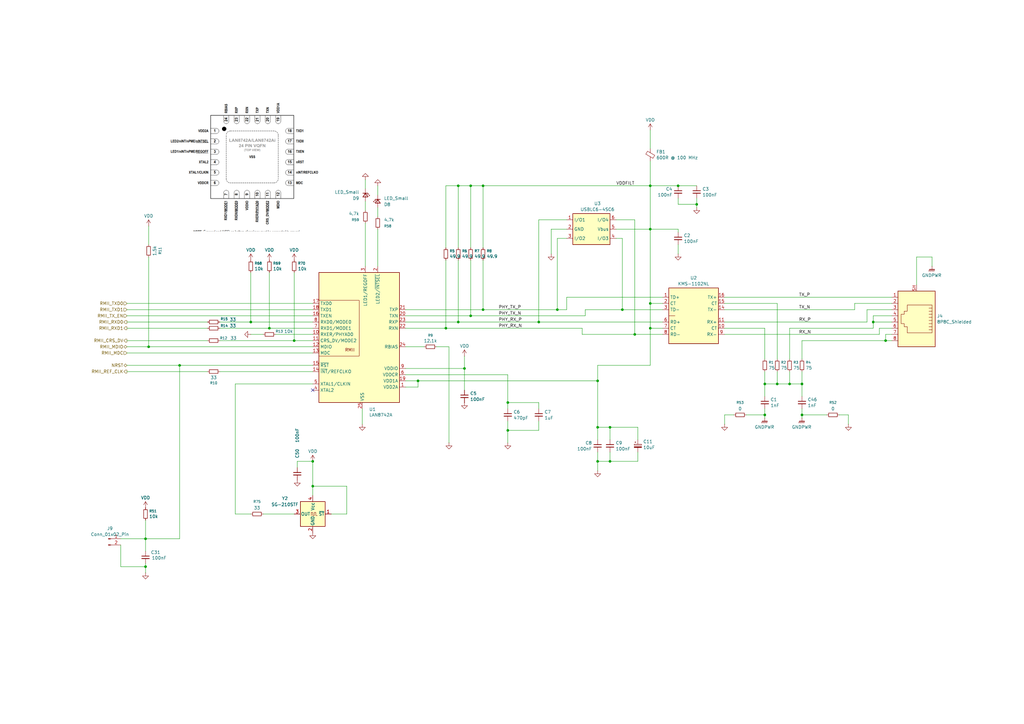
<source format=kicad_sch>
(kicad_sch (version 20250114) (generator "eeschema") (generator_version "9.0")
  (paper "A3")
  (lib_symbols
    (symbol "Connector:8P8C_Shielded" (pin_names (offset 1.016))
      (property "Reference" "J" (at -5.08 13.97 0))
      (property "Value" "8P8C_Shielded" (at 2.54 13.97 0))
      (symbol "8P8C_Shielded_0_1"
        (polyline (pts (xy -6.35 1.905) (xy -5.08 1.905) (xy -5.08 1.905)))
        (polyline (pts (xy -6.35 0.635) (xy -5.08 0.635) (xy -5.08 0.635)))
        (polyline (pts (xy -6.35 -0.635) (xy -5.08 -0.635) (xy -5.08 -0.635)))
        (polyline (pts (xy -6.35 -1.905) (xy -5.08 -1.905) (xy -5.08 -1.905)))
        (polyline (pts (xy -6.35 -3.175) (xy -5.08 -3.175) (xy -5.08 -3.175)))
        (polyline (pts (xy -6.35 -4.445) (xy -6.35 6.985) (xy 3.81 6.985) (xy 3.81 4.445) (xy 5.08 4.445) (xy 5.08 3.175) (xy 6.35 3.175) (xy 6.35 -0.635) (xy 5.08 -0.635) (xy 5.08 -1.905) (xy 3.81 -1.905) (xy 3.81 -4.445) (xy -6.35 -4.445) (xy -6.35 -4.445)))
        (polyline (pts (xy -5.08 5.715) (xy -6.35 5.715)))
        (polyline (pts (xy -5.08 4.445) (xy -6.35 4.445)))
        (polyline (pts (xy -5.08 3.175) (xy -6.35 3.175) (xy -6.35 3.175)))
        (rectangle (start 7.62 12.7) (end -7.62 -10.16) (stroke (width 0.254)) (fill (type background)))
      )
      (symbol "8P8C_Shielded_1_1"
        (pin passive line (at 0 -12.7 90) (length 2.54) (name "~") (number "SH"))
        (pin passive line (at 10.16 10.16 180) (length 2.54) (name "~") (number "8"))
        (pin passive line (at 10.16 7.62 180) (length 2.54) (name "~") (number "7"))
        (pin passive line (at 10.16 5.08 180) (length 2.54) (name "~") (number "6"))
        (pin passive line (at 10.16 2.54 180) (length 2.54) (name "~") (number "5"))
        (pin passive line (at 10.16 0 180) (length 2.54) (name "~") (number "4"))
        (pin passive line (at 10.16 -2.54 180) (length 2.54) (name "~") (number "3"))
        (pin passive line (at 10.16 -5.08 180) (length 2.54) (name "~") (number "2"))
        (pin passive line (at 10.16 -7.62 180) (length 2.54) (name "~") (number "1"))
      )
    )
    (symbol "Connector:Conn_01x02_Pin" (pin_names (offset 1.016) (hide yes))
      (property "Reference" "J" (at 0 2.54 0))
      (property "Value" "Conn_01x02_Pin" (at 0 -5.08 0))
      (symbol "Conn_01x02_Pin_1_1"
        (rectangle (start 0.8636 0.127) (end 0 -0.127) (stroke (width 0.1524)) (fill (type outline)))
        (rectangle (start 0.8636 -2.413) (end 0 -2.667) (stroke (width 0.1524)) (fill (type outline)))
        (polyline (pts (xy 1.27 0) (xy 0.8636 0)) (stroke (width 0.1524)))
        (polyline (pts (xy 1.27 -2.54) (xy 0.8636 -2.54)) (stroke (width 0.1524)))
        (pin passive line (at 5.08 0 180) (length 3.81) (name "Pin_1") (number "1"))
        (pin passive line (at 5.08 -2.54 180) (length 3.81) (name "Pin_2") (number "2"))
      )
    )
    (symbol "Device:C_Polarized_Small" (pin_numbers (hide yes)) (pin_names (offset 0.254) (hide yes))
      (property "Reference" "C" (at 0.254 1.778 0))
      (property "Value" "C_Polarized_Small" (at 0.254 -2.032 0))
      (symbol "C_Polarized_Small_0_1"
        (rectangle (start -1.524 0.6858) (end 1.524 0.3048))
        (rectangle (start -1.524 -0.3048) (end 1.524 -0.6858) (fill (type outline)))
        (polyline (pts (xy -1.27 1.524) (xy -0.762 1.524)))
        (polyline (pts (xy -1.016 1.27) (xy -1.016 1.778)))
      )
      (symbol "C_Polarized_Small_1_1"
        (pin passive line (at 0 2.54 270) (length 1.8542) (name "~") (number "1"))
        (pin passive line (at 0 -2.54 90) (length 1.8542) (name "~") (number "2"))
      )
    )
    (symbol "Device:C_Small" (pin_numbers (hide yes)) (pin_names (offset 0.254) (hide yes))
      (property "Reference" "C" (at 0.254 1.778 0))
      (property "Value" "C_Small" (at 0.254 -2.032 0))
      (symbol "C_Small_0_1"
        (polyline (pts (xy -1.524 0.508) (xy 1.524 0.508)) (stroke (width 0.3048)))
        (polyline (pts (xy -1.524 -0.508) (xy 1.524 -0.508)) (stroke (width 0.3302)))
      )
      (symbol "C_Small_1_1"
        (pin passive line (at 0 2.54 270) (length 2.032) (name "~") (number "1"))
        (pin passive line (at 0 -2.54 90) (length 2.032) (name "~") (number "2"))
      )
    )
    (symbol "Device:FerriteBead_Small" (pin_numbers (hide yes)) (pin_names (offset 0))
      (property "Reference" "FB" (at 1.905 1.27 0))
      (property "Value" "FerriteBead_Small" (at 1.905 -1.27 0))
      (symbol "FerriteBead_Small_0_1"
        (polyline (pts (xy -1.8288 0.2794) (xy -1.1176 1.4986) (xy 1.8288 -0.2032) (xy 1.1176 -1.4224) (xy -1.8288 0.2794)))
        (polyline (pts (xy 0 0.889) (xy 0 1.2954)))
        (polyline (pts (xy 0 -1.27) (xy 0 -0.7874)))
      )
      (symbol "FerriteBead_Small_1_1"
        (pin passive line (at 0 2.54 270) (length 1.27) (name "~") (number "1"))
        (pin passive line (at 0 -2.54 90) (length 1.27) (name "~") (number "2"))
      )
    )
    (symbol "Device:LED_Small" (pin_numbers (hide yes)) (pin_names (offset 0.254) (hide yes))
      (property "Reference" "D" (at -1.27 3.175 0))
      (property "Value" "LED_Small" (at -4.445 -2.54 0))
      (symbol "LED_Small_0_1"
        (polyline (pts (xy -0.762 -1.016) (xy -0.762 1.016)) (stroke (width 0.254)))
        (polyline (pts (xy 0 0.762) (xy -0.508 1.27) (xy -0.254 1.27) (xy -0.508 1.27) (xy -0.508 1.016)))
        (polyline (pts (xy 0.508 1.27) (xy 0 1.778) (xy 0.254 1.778) (xy 0 1.778) (xy 0 1.524)))
        (polyline (pts (xy 0.762 -1.016) (xy -0.762 0) (xy 0.762 1.016) (xy 0.762 -1.016)) (stroke (width 0.254)))
        (polyline (pts (xy 1.016 0) (xy -0.762 0)))
      )
      (symbol "LED_Small_1_1"
        (pin passive line (at -2.54 0 0) (length 1.778) (name "K") (number "1"))
        (pin passive line (at 2.54 0 180) (length 1.778) (name "A") (number "2"))
      )
    )
    (symbol "Device:R_Small" (pin_numbers (hide yes)) (pin_names (offset 0.254) (hide yes))
      (property "Reference" "R" (at 0 0 90))
      (property "Value" "R_Small" (at 1.778 0 90))
      (symbol "R_Small_0_1"
        (rectangle (start -0.762 1.778) (end 0.762 -1.778) (stroke (width 0.2032)))
      )
      (symbol "R_Small_1_1"
        (pin passive line (at 0 2.54 270) (length 0.762) (name "~") (number "1"))
        (pin passive line (at 0 -2.54 90) (length 0.762) (name "~") (number "2"))
      )
    )
    (symbol "Interface_Ethernet:LAN8742A"
      (property "Reference" "U1" (at 2.794 -28.194 0))
      (property "Value" "LAN8742A" (at 2.794 -30.48 0))
      (symbol "LAN8742A_0_0"
        (text "RMII" (at -5.08 -3.81 0) (effects (font (size 1.27 1.27))))
      )
      (symbol "LAN8742A_0_1"
        (rectangle (start -17.78 27.94) (end 15.24 -25.4) (stroke (width 0.254)) (fill (type background)))
        (polyline (pts (xy -17.78 -6.35) (xy -1.27 -6.35) (xy -1.27 16.51) (xy -17.78 16.51)))
      )
      (symbol "LAN8742A_1_1"
        (pin input line (at -20.32 15.24 0) (length 2.54) (name "TXD0") (number "17"))
        (pin input line (at -20.32 12.7 0) (length 2.54) (name "TXD1") (number "18"))
        (pin input line (at -20.32 10.16 0) (length 2.54) (name "TXEN") (number "16"))
        (pin bidirectional line (at -20.32 7.62 0) (length 2.54) (name "RXD0/MODE0") (number "8"))
        (pin bidirectional line (at -20.32 5.08 0) (length 2.54) (name "RXD1/MODE1") (number "7"))
        (pin output line (at -20.32 2.54 0) (length 2.54) (name "RXER/PHYAD0") (number "10"))
        (pin bidirectional line (at -20.32 0 0) (length 2.54) (name "CRS_DV/MODE2") (number "11"))
        (pin bidirectional line (at -20.32 -2.54 0) (length 2.54) (name "MDIO") (number "12"))
        (pin input line (at -20.32 -5.08 0) (length 2.54) (name "MDC") (number "13"))
        (pin input line (at -20.32 -10.16 0) (length 2.54) (name "~{RST}") (number "15"))
        (pin output line (at -20.32 -12.7 0) (length 2.54) (name "~{INT}/REFCLKO") (number "14"))
        (pin input line (at -20.32 -17.78 0) (length 2.54) (name "XTAL1/CLKIN") (number "5"))
        (pin output line (at -20.32 -20.32 0) (length 2.54) (name "XTAL2") (number "4"))
        (pin power_in line (at 0 -27.94 90) (length 2.54) (name "VSS") (number "25"))
        (pin bidirectional line (at 1.27 30.48 270) (length 2.54) (name "LED1/REGOFF") (number "3"))
        (pin bidirectional line (at 6.35 30.48 270) (length 2.54) (name "LED2/~{INTSEL}") (number "2"))
        (pin passive line (at 17.78 12.7 180) (length 2.54) (name "TXP") (number "21"))
        (pin passive line (at 17.78 10.16 180) (length 2.54) (name "TXN") (number "20"))
        (pin passive line (at 17.78 7.62 180) (length 2.54) (name "RXP") (number "23"))
        (pin passive line (at 17.78 5.08 180) (length 2.54) (name "RXN") (number "22"))
        (pin passive line (at 17.78 -2.54 180) (length 2.54) (name "RBIAS") (number "24"))
        (pin power_in line (at 17.78 -11.43 180) (length 2.54) (name "VDDIO") (number "9"))
        (pin power_in line (at 17.78 -13.97 180) (length 2.54) (name "VDDCR") (number "6"))
        (pin power_in line (at 17.78 -16.51 180) (length 2.54) (name "VDD1A") (number "19"))
        (pin power_in line (at 17.78 -19.05 180) (length 2.54) (name "VDD2A") (number "1"))
      )
    )
    (symbol "KMS-1102NL:KMS-1102NL"
      (property "Reference" "U" (at 0 12.7 0))
      (property "Value" "KMS-1102NL" (at 0 -12.7 0))
      (symbol "KMS-1102NL_0_1"
        (rectangle (start -10.16 11.43) (end 10.16 -11.43) (stroke (width 0.254)) (fill (type background)))
        (polyline (pts (xy -7.62 0) (xy -10.16 0)))
      )
      (symbol "KMS-1102NL_1_1"
        (pin passive line (at -12.7 7.62 0) (length 2.54) (name "TD+") (number "1"))
        (pin passive line (at -12.7 5.08 0) (length 2.54) (name "CT") (number "2"))
        (pin passive line (at -12.7 2.54 0) (length 2.54) (name "TD-") (number "3"))
        (pin passive line (at -12.7 -2.54 0) (length 2.54) (name "RD+") (number "6"))
        (pin passive line (at -12.7 -5.08 0) (length 2.54) (name "CT") (number "7"))
        (pin passive line (at -12.7 -7.62 0) (length 2.54) (name "RD-") (number "8"))
        (pin passive line (at 12.7 7.62 180) (length 2.54) (name "TX+") (number "16"))
        (pin passive line (at 12.7 5.08 180) (length 2.54) (name "CT") (number "15"))
        (pin passive line (at 12.7 2.54 180) (length 2.54) (name "TX-") (number "14"))
        (pin passive line (at 12.7 -2.54 180) (length 2.54) (name "RX+") (number "11"))
        (pin passive line (at 12.7 -5.08 180) (length 2.54) (name "CT") (number "10"))
        (pin passive line (at 12.7 -7.62 180) (length 2.54) (name "RX-") (number "9"))
      )
    )
    (symbol "Oscillator:SG-210STF" (pin_names (offset 0.254))
      (property "Reference" "Y" (at -5.08 6.35 0))
      (property "Value" "SG-210STF" (at 1.27 -6.35 0))
      (symbol "SG-210STF_0_1"
        (rectangle (start -5.08 5.08) (end 5.08 -5.08) (stroke (width 0.254)) (fill (type background)))
        (polyline (pts (xy -1.905 -0.635) (xy -1.27 -0.635) (xy -1.27 0.635) (xy -0.635 0.635) (xy -0.635 -0.635) (xy 0 -0.635) (xy 0 0.635) (xy 0.635 0.635) (xy 0.635 -0.635)))
      )
      (symbol "SG-210STF_1_1"
        (pin input line (at -7.62 0 0) (length 2.54) (name "~{ST}") (number "1"))
        (pin power_in line (at 0 7.62 270) (length 2.54) (name "Vcc") (number "4"))
        (pin power_in line (at 0 -7.62 90) (length 2.54) (name "GND") (number "2"))
        (pin output line (at 7.62 0 180) (length 2.54) (name "OUT") (number "3"))
      )
    )
    (symbol "USBLC6-4SC6:USBLC6-4SC6"
      (property "Reference" "U" (at 0.254 7.62 0))
      (property "Value" "USBLC6-4SC6" (at 0 -7.62 0))
      (symbol "USBLC6-4SC6_0_1"
        (rectangle (start -7.62 6.35) (end 7.62 -6.35) (stroke (width 0.254)) (fill (type background)))
      )
      (symbol "USBLC6-4SC6_1_1"
        (pin bidirectional line (at -10.16 3.81 0) (length 2.54) (name "I/O1") (number "1"))
        (pin power_in line (at -10.16 0 0) (length 2.54) (name "GND") (number "2"))
        (pin bidirectional line (at -10.16 -3.81 0) (length 2.54) (name "I/O2") (number "3"))
        (pin bidirectional line (at 10.16 3.81 180) (length 2.54) (name "I/O4") (number "6"))
        (pin power_in line (at 10.16 0 180) (length 2.54) (name "Vbus") (number "5"))
        (pin bidirectional line (at 10.16 -3.81 180) (length 2.54) (name "I/O3") (number "4"))
      )
    )
    (symbol "power:GND" (power) (pin_numbers (hide yes)) (pin_names (offset 0) (hide yes))
      (property "Value" "GND" (at 0 -3.81 0))
      (symbol "GND_0_1"
        (polyline (pts (xy 0 0) (xy 0 -1.27) (xy 1.27 -1.27) (xy 0 -2.54) (xy -1.27 -1.27) (xy 0 -1.27)))
      )
      (symbol "GND_1_1"
        (pin power_in line (at 0 0 270) (length 0) (name "~") (number "1"))
      )
    )
    (symbol "power:GNDPWR" (power) (pin_numbers (hide yes)) (pin_names (offset 0) (hide yes))
      (property "Value" "GNDPWR" (at 0 -3.302 0))
      (symbol "GNDPWR_0_1"
        (polyline (pts (xy -1.016 -1.27) (xy -1.27 -2.032) (xy -1.27 -2.032)) (stroke (width 0.2032)))
        (polyline (pts (xy -0.508 -1.27) (xy -0.762 -2.032) (xy -0.762 -2.032)) (stroke (width 0.2032)))
        (polyline (pts (xy 0 -1.27) (xy 0 0)))
        (polyline (pts (xy 0 -1.27) (xy -0.254 -2.032) (xy -0.254 -2.032)) (stroke (width 0.2032)))
        (polyline (pts (xy 0.508 -1.27) (xy 0.254 -2.032) (xy 0.254 -2.032)) (stroke (width 0.2032)))
        (polyline (pts (xy 1.016 -1.27) (xy -1.016 -1.27) (xy -1.016 -1.27)) (stroke (width 0.2032)))
        (polyline (pts (xy 1.016 -1.27) (xy 0.762 -2.032) (xy 0.762 -2.032) (xy 0.762 -2.032)) (stroke (width 0.2032)))
      )
      (symbol "GNDPWR_1_1"
        (pin power_in line (at 0 0 270) (length 0) (name "~") (number "1"))
      )
    )
    (symbol "power:VDD" (power) (pin_numbers (hide yes)) (pin_names (offset 0) (hide yes))
      (property "Value" "VDD" (at 0 3.556 0))
      (symbol "VDD_0_1"
        (polyline (pts (xy -0.762 1.27) (xy 0 2.54)))
        (polyline (pts (xy 0 2.54) (xy 0.762 1.27)))
        (polyline (pts (xy 0 0) (xy 0 2.54)))
      )
      (symbol "VDD_1_1"
        (pin power_in line (at 0 0 90) (length 0) (name "~") (number "1"))
      )
    )
  )
  (junction (at 266.7 76.2))
  (junction (at 73.66 149.86))
  (junction (at 318.77 157.48))
  (junction (at 102.87 132.08))
  (junction (at 278.13 76.2))
  (junction (at 60.96 142.24))
  (junction (at 250.19 189.23))
  (junction (at 250.19 175.26))
  (junction (at 187.96 132.08))
  (junction (at 323.85 157.48))
  (junction (at 59.69 220.98))
  (junction (at 190.5 151.13))
  (junction (at 198.12 76.2))
  (junction (at 193.04 76.2))
  (junction (at 228.6 127))
  (junction (at 182.88 134.62))
  (junction (at 328.93 157.48))
  (junction (at 285.75 83.82))
  (junction (at 245.11 189.23))
  (junction (at 208.28 176.53))
  (junction (at 313.69 157.48))
  (junction (at 187.96 76.2))
  (junction (at 110.49 134.62))
  (junction (at 313.69 170.18))
  (junction (at 260.35 137.16))
  (junction (at 328.93 170.18))
  (junction (at 128.27 199.39))
  (junction (at 266.7 124.46))
  (junction (at 266.7 134.62))
  (junction (at 363.22 139.7))
  (junction (at 358.14 132.08))
  (junction (at 128.27 189.23))
  (junction (at 220.98 132.08))
  (junction (at 245.11 156.21))
  (junction (at 255.27 127))
  (junction (at 198.12 127))
  (junction (at 208.28 165.1))
  (junction (at 171.45 156.21))
  (junction (at 120.65 139.7))
  (junction (at 193.04 129.54))
  (junction (at 59.69 232.41))
  (junction (at 266.7 93.98))
  (junction (at 245.11 175.26))
  (no_connect (at 128.27 160.02))
  (wire (pts (xy 355.6 127) (xy 365.76 127)))
  (wire (pts (xy 120.65 139.7) (xy 128.27 139.7)))
  (wire (pts (xy 198.12 106.68) (xy 198.12 127)))
  (wire (pts (xy 278.13 83.82) (xy 285.75 83.82)))
  (wire (pts (xy 52.07 129.54) (xy 128.27 129.54)))
  (wire (pts (xy 52.07 142.24) (xy 60.96 142.24)))
  (wire (pts (xy 260.35 137.16) (xy 271.78 137.16)))
  (wire (pts (xy 318.77 152.4) (xy 318.77 157.48)))
  (wire (pts (xy 382.27 105.41) (xy 382.27 109.22)))
  (wire (pts (xy 52.07 149.86) (xy 73.66 149.86)))
  (wire (pts (xy 73.66 220.98) (xy 59.69 220.98)))
  (wire (pts (xy 135.89 210.82) (xy 142.24 210.82)))
  (wire (pts (xy 278.13 76.2) (xy 285.75 76.2)))
  (wire (pts (xy 190.5 151.13) (xy 190.5 160.02)))
  (wire (pts (xy 250.19 175.26) (xy 245.11 175.26)))
  (wire (pts (xy 297.18 137.16) (xy 360.68 137.16)))
  (wire (pts (xy 363.22 139.7) (xy 328.93 139.7)))
  (wire (pts (xy 198.12 127) (xy 228.6 127)))
  (wire (pts (xy 358.14 132.08) (xy 365.76 132.08)))
  (wire (pts (xy 154.94 88.9) (xy 154.94 85.09)))
  (wire (pts (xy 228.6 127) (xy 232.41 127)))
  (wire (pts (xy 266.7 66.04) (xy 266.7 76.2)))
  (wire (pts (xy 182.88 106.68) (xy 182.88 134.62)))
  (wire (pts (xy 232.41 93.98) (xy 226.06 93.98)))
  (wire (pts (xy 252.73 93.98) (xy 266.7 93.98)))
  (wire (pts (xy 245.11 189.23) (xy 245.11 193.04)))
  (wire (pts (xy 193.04 129.54) (xy 240.03 129.54)))
  (wire (pts (xy 347.98 173.99) (xy 347.98 170.18)))
  (wire (pts (xy 245.11 149.86) (xy 266.7 149.86)))
  (wire (pts (xy 193.04 76.2) (xy 198.12 76.2)))
  (wire (pts (xy 271.78 134.62) (xy 266.7 134.62)))
  (wire (pts (xy 328.93 157.48) (xy 323.85 157.48)))
  (wire (pts (xy 232.41 97.79) (xy 228.6 97.79)))
  (wire (pts (xy 328.93 170.18) (xy 339.09 170.18)))
  (wire (pts (xy 278.13 93.98) (xy 278.13 95.25)))
  (wire (pts (xy 52.07 144.78) (xy 128.27 144.78)))
  (wire (pts (xy 166.37 156.21) (xy 171.45 156.21)))
  (wire (pts (xy 297.18 121.92) (xy 365.76 121.92)))
  (wire (pts (xy 96.52 210.82) (xy 102.87 210.82)))
  (wire (pts (xy 85.09 132.08) (xy 52.07 132.08)))
  (wire (pts (xy 313.69 170.18) (xy 313.69 171.45)))
  (wire (pts (xy 120.65 111.76) (xy 120.65 139.7)))
  (wire (pts (xy 154.94 80.01) (xy 154.94 76.2)))
  (wire (pts (xy 358.14 129.54) (xy 358.14 132.08)))
  (wire (pts (xy 375.92 116.84) (xy 375.92 105.41)))
  (wire (pts (xy 110.49 134.62) (xy 128.27 134.62)))
  (wire (pts (xy 297.18 134.62) (xy 313.69 134.62)))
  (wire (pts (xy 313.69 167.64) (xy 313.69 170.18)))
  (wire (pts (xy 297.18 127) (xy 350.52 127)))
  (wire (pts (xy 182.88 101.6) (xy 182.88 76.2)))
  (wire (pts (xy 90.17 152.4) (xy 128.27 152.4)))
  (wire (pts (xy 365.76 129.54) (xy 358.14 129.54)))
  (wire (pts (xy 59.69 220.98) (xy 59.69 226.06)))
  (wire (pts (xy 328.93 170.18) (xy 328.93 171.45)))
  (wire (pts (xy 347.98 170.18) (xy 344.17 170.18)))
  (wire (pts (xy 85.09 139.7) (xy 52.07 139.7)))
  (wire (pts (xy 255.27 97.79) (xy 255.27 127)))
  (wire (pts (xy 297.18 124.46) (xy 318.77 124.46)))
  (wire (pts (xy 252.73 97.79) (xy 255.27 97.79)))
  (wire (pts (xy 255.27 127) (xy 271.78 127)))
  (wire (pts (xy 220.98 165.1) (xy 208.28 165.1)))
  (wire (pts (xy 318.77 124.46) (xy 318.77 147.32)))
  (wire (pts (xy 220.98 132.08) (xy 271.78 132.08)))
  (wire (pts (xy 193.04 106.68) (xy 193.04 129.54)))
  (wire (pts (xy 166.37 153.67) (xy 208.28 153.67)))
  (wire (pts (xy 328.93 157.48) (xy 328.93 162.56)))
  (wire (pts (xy 179.07 142.24) (xy 184.15 142.24)))
  (wire (pts (xy 285.75 83.82) (xy 285.75 85.09)))
  (wire (pts (xy 250.19 189.23) (xy 245.11 189.23)))
  (wire (pts (xy 166.37 134.62) (xy 182.88 134.62)))
  (wire (pts (xy 90.17 132.08) (xy 102.87 132.08)))
  (wire (pts (xy 313.69 152.4) (xy 313.69 157.48)))
  (wire (pts (xy 102.87 111.76) (xy 102.87 132.08)))
  (wire (pts (xy 358.14 134.62) (xy 323.85 134.62)))
  (wire (pts (xy 166.37 129.54) (xy 193.04 129.54)))
  (wire (pts (xy 220.98 172.72) (xy 220.98 176.53)))
  (wire (pts (xy 187.96 106.68) (xy 187.96 132.08)))
  (wire (pts (xy 128.27 199.39) (xy 128.27 203.2)))
  (wire (pts (xy 154.94 109.22) (xy 154.94 93.98)))
  (wire (pts (xy 166.37 151.13) (xy 190.5 151.13)))
  (wire (pts (xy 363.22 137.16) (xy 363.22 139.7)))
  (wire (pts (xy 96.52 157.48) (xy 128.27 157.48)))
  (wire (pts (xy 328.93 152.4) (xy 328.93 157.48)))
  (wire (pts (xy 142.24 199.39) (xy 128.27 199.39)))
  (wire (pts (xy 240.03 129.54) (xy 240.03 127)))
  (wire (pts (xy 261.62 185.42) (xy 261.62 189.23)))
  (wire (pts (xy 208.28 172.72) (xy 208.28 176.53)))
  (wire (pts (xy 190.5 146.05) (xy 190.5 151.13)))
  (wire (pts (xy 313.69 134.62) (xy 313.69 147.32)))
  (wire (pts (xy 252.73 90.17) (xy 260.35 90.17)))
  (wire (pts (xy 166.37 132.08) (xy 187.96 132.08)))
  (wire (pts (xy 60.96 142.24) (xy 128.27 142.24)))
  (wire (pts (xy 102.87 137.16) (xy 107.95 137.16)))
  (wire (pts (xy 149.86 109.22) (xy 149.86 91.44)))
  (wire (pts (xy 208.28 176.53) (xy 208.28 181.61)))
  (wire (pts (xy 297.18 132.08) (xy 355.6 132.08)))
  (wire (pts (xy 113.03 137.16) (xy 128.27 137.16)))
  (wire (pts (xy 266.7 53.34) (xy 266.7 60.96)))
  (wire (pts (xy 198.12 76.2) (xy 198.12 101.6)))
  (wire (pts (xy 59.69 234.95) (xy 59.69 232.41)))
  (wire (pts (xy 313.69 157.48) (xy 313.69 162.56)))
  (wire (pts (xy 187.96 76.2) (xy 193.04 76.2)))
  (wire (pts (xy 128.27 189.23) (xy 128.27 199.39)))
  (wire (pts (xy 360.68 134.62) (xy 365.76 134.62)))
  (wire (pts (xy 102.87 132.08) (xy 128.27 132.08)))
  (wire (pts (xy 198.12 76.2) (xy 266.7 76.2)))
  (wire (pts (xy 166.37 127) (xy 198.12 127)))
  (wire (pts (xy 297.18 170.18) (xy 300.99 170.18)))
  (wire (pts (xy 59.69 232.41) (xy 59.69 231.14)))
  (wire (pts (xy 232.41 127) (xy 232.41 121.92)))
  (wire (pts (xy 60.96 92.71) (xy 60.96 100.33)))
  (wire (pts (xy 60.96 105.41) (xy 60.96 142.24)))
  (wire (pts (xy 260.35 90.17) (xy 260.35 137.16)))
  (wire (pts (xy 278.13 100.33) (xy 278.13 104.14)))
  (wire (pts (xy 52.07 124.46) (xy 128.27 124.46)))
  (wire (pts (xy 220.98 90.17) (xy 220.98 132.08)))
  (wire (pts (xy 238.76 134.62) (xy 238.76 137.16)))
  (wire (pts (xy 73.66 149.86) (xy 128.27 149.86)))
  (wire (pts (xy 96.52 157.48) (xy 96.52 210.82)))
  (wire (pts (xy 355.6 132.08) (xy 355.6 127)))
  (wire (pts (xy 73.66 149.86) (xy 73.66 220.98)))
  (wire (pts (xy 166.37 142.24) (xy 173.99 142.24)))
  (wire (pts (xy 250.19 180.34) (xy 250.19 175.26)))
  (wire (pts (xy 365.76 137.16) (xy 363.22 137.16)))
  (wire (pts (xy 323.85 157.48) (xy 318.77 157.48)))
  (wire (pts (xy 59.69 213.36) (xy 59.69 220.98)))
  (wire (pts (xy 182.88 76.2) (xy 187.96 76.2)))
  (wire (pts (xy 85.09 152.4) (xy 52.07 152.4)))
  (wire (pts (xy 110.49 111.76) (xy 110.49 134.62)))
  (wire (pts (xy 187.96 76.2) (xy 187.96 101.6)))
  (wire (pts (xy 121.92 189.23) (xy 128.27 189.23)))
  (wire (pts (xy 271.78 124.46) (xy 266.7 124.46)))
  (wire (pts (xy 318.77 157.48) (xy 313.69 157.48)))
  (wire (pts (xy 240.03 127) (xy 255.27 127)))
  (wire (pts (xy 232.41 121.92) (xy 271.78 121.92)))
  (wire (pts (xy 245.11 156.21) (xy 245.11 175.26)))
  (wire (pts (xy 52.07 127) (xy 128.27 127)))
  (wire (pts (xy 358.14 132.08) (xy 358.14 134.62)))
  (wire (pts (xy 285.75 81.28) (xy 285.75 83.82)))
  (wire (pts (xy 193.04 76.2) (xy 193.04 101.6)))
  (wire (pts (xy 148.59 167.64) (xy 148.59 173.99)))
  (wire (pts (xy 360.68 137.16) (xy 360.68 134.62)))
  (wire (pts (xy 171.45 156.21) (xy 245.11 156.21)))
  (wire (pts (xy 278.13 81.28) (xy 278.13 83.82)))
  (wire (pts (xy 350.52 127) (xy 350.52 124.46)))
  (wire (pts (xy 90.17 134.62) (xy 110.49 134.62)))
  (wire (pts (xy 328.93 139.7) (xy 328.93 147.32)))
  (wire (pts (xy 220.98 176.53) (xy 208.28 176.53)))
  (wire (pts (xy 232.41 90.17) (xy 220.98 90.17)))
  (wire (pts (xy 245.11 156.21) (xy 245.11 149.86)))
  (wire (pts (xy 245.11 175.26) (xy 245.11 180.34)))
  (wire (pts (xy 226.06 93.98) (xy 226.06 104.14)))
  (wire (pts (xy 266.7 124.46) (xy 266.7 93.98)))
  (wire (pts (xy 266.7 93.98) (xy 278.13 93.98)))
  (wire (pts (xy 266.7 76.2) (xy 266.7 93.98)))
  (wire (pts (xy 375.92 105.41) (xy 382.27 105.41)))
  (wire (pts (xy 365.76 139.7) (xy 363.22 139.7)))
  (wire (pts (xy 323.85 134.62) (xy 323.85 147.32)))
  (wire (pts (xy 120.65 210.82) (xy 107.95 210.82)))
  (wire (pts (xy 228.6 97.79) (xy 228.6 127)))
  (wire (pts (xy 149.86 77.47) (xy 149.86 73.66)))
  (wire (pts (xy 90.17 139.7) (xy 120.65 139.7)))
  (wire (pts (xy 261.62 180.34) (xy 261.62 175.26)))
  (wire (pts (xy 171.45 156.21) (xy 171.45 158.75)))
  (wire (pts (xy 49.53 220.98) (xy 59.69 220.98)))
  (wire (pts (xy 261.62 189.23) (xy 250.19 189.23)))
  (wire (pts (xy 306.07 170.18) (xy 313.69 170.18)))
  (wire (pts (xy 182.88 134.62) (xy 238.76 134.62)))
  (wire (pts (xy 266.7 134.62) (xy 266.7 149.86)))
  (wire (pts (xy 208.28 165.1) (xy 208.28 167.64)))
  (wire (pts (xy 245.11 185.42) (xy 245.11 189.23)))
  (wire (pts (xy 85.09 134.62) (xy 52.07 134.62)))
  (wire (pts (xy 328.93 167.64) (xy 328.93 170.18)))
  (wire (pts (xy 250.19 185.42) (xy 250.19 189.23)))
  (wire (pts (xy 350.52 124.46) (xy 365.76 124.46)))
  (wire (pts (xy 49.53 232.41) (xy 59.69 232.41)))
  (wire (pts (xy 266.7 76.2) (xy 278.13 76.2)))
  (wire (pts (xy 49.53 223.52) (xy 49.53 232.41)))
  (wire (pts (xy 250.19 175.26) (xy 261.62 175.26)))
  (wire (pts (xy 297.18 173.99) (xy 297.18 170.18)))
  (wire (pts (xy 187.96 132.08) (xy 220.98 132.08)))
  (wire (pts (xy 208.28 153.67) (xy 208.28 165.1)))
  (wire (pts (xy 184.15 142.24) (xy 184.15 181.61)))
  (wire (pts (xy 220.98 167.64) (xy 220.98 165.1)))
  (wire (pts (xy 166.37 158.75) (xy 171.45 158.75)))
  (wire (pts (xy 238.76 137.16) (xy 260.35 137.16)))
  (wire (pts (xy 142.24 210.82) (xy 142.24 199.39)))
  (wire (pts (xy 149.86 86.36) (xy 149.86 82.55)))
  (wire (pts (xy 266.7 134.62) (xy 266.7 124.46)))
  (wire (pts (xy 323.85 152.4) (xy 323.85 157.48)))
  (wire (pts (xy 121.92 191.77) (xy 121.92 189.23)))
  (image (at 101.6 67.31))
  (label "PHY_RX_P" (at 204.47 132.08 0))
  (label "PHY_TX_P" (at 204.47 127 0))
  (label "PHY_TX_N" (at 204.47 129.54 0))
  (label "TX_N" (at 327.66 127 0))
  (label "VDDFILT" (at 252.73 76.2 0))
  (label "RX_N" (at 327.66 137.16 0))
  (label "RX_P" (at 327.66 132.08 0))
  (label "PHY_RX_N" (at 204.47 134.62 0))
  (label "TX_P" (at 327.66 121.92 0))
  (hierarchical_label "RMII_TXD1" (shape input) (at 52.07 127 180))
  (hierarchical_label "NRST" (shape bidirectional) (at 52.07 149.86 180))
  (hierarchical_label "RMII_TXD0" (shape input) (at 52.07 124.46 180))
  (hierarchical_label "RMII_MDIO" (shape bidirectional) (at 52.07 142.24 180))
  (hierarchical_label "RMII_RXD0" (shape output) (at 52.07 132.08 180))
  (hierarchical_label "RMII_REF_CLK" (shape output) (at 52.07 152.4 180))
  (hierarchical_label "RMII_TX_EN" (shape input) (at 52.07 129.54 180))
  (hierarchical_label "RMII_CRS_DV" (shape output) (at 52.07 139.7 180))
  (hierarchical_label "RMII_MDC" (shape input) (at 52.07 144.78 180))
  (hierarchical_label "RMII_RXD1" (shape output) (at 52.07 134.62 180))
  (symbol (lib_id "Device:C_Polarized_Small") (at 261.62 182.88 0) (unit 1)
    (property "Reference" "C11" (at 263.779 181.1217 0) (effects (justify left)))
    (property "Value" "10uF" (at 263.779 183.546 0) (effects (justify left)))
    (property "Footprint" "Capacitor_SMD:C_1206_3216Metric" (effects (hide yes)))
    (property "Description" "Polarized capacitor, small symbol" (effects (hide yes)))
    (property "PN" "CL31A106KBHNNNE" (effects (hide yes)))
    (property "LCSC Part #" "C13585" (effects (hide yes)))
  )
  (symbol (lib_id "USBLC6-4SC6:USBLC6-4SC6") (at 242.57 93.98 0) (unit 1)
    (property "Reference" "U3" (at 245.0465 83.4855 0))
    (property "Value" "USBLC6-4SC6" (at 245.0465 85.9098 0))
    (property "Footprint" "Package_TO_SOT_SMD:SOT-23-6" (effects (hide yes)))
    (property "Description" "USB ESD Protection Device" (effects (hide yes)))
  )
  (symbol (lib_id "power:GND") (at 59.69 234.95 0) (unit 1)
    (property "Reference" "#PWR091" (effects (hide yes)))
    (property "Value" "GND" (effects (hide yes)))
    (property "Description" "Power symbol creates a global label with name \"GND\" , ground" (effects (hide yes)))
  )
  (symbol (lib_id "Device:R_Small") (at 198.12 104.14 0) (unit 1)
    (property "Reference" "R8" (at 199.6186 102.9278 0) (effects (font (size 1.016 1.016)) (justify left)))
    (property "Value" "49.9" (at 199.6186 105.1477 0) (effects (justify left)))
    (property "Footprint" "Resistor_SMD:R_0603_1608Metric" (effects (hide yes)))
    (property "Description" "Resistor, small symbol" (effects (hide yes)))
    (property "PN" "0603WAF499JT5E" (effects (hide yes)))
    (property "LCSC Part #" "C23185" (effects (hide yes)))
  )
  (symbol (lib_id "Device:R_Small") (at 187.96 104.14 0) (unit 1)
    (property "Reference" "R6" (at 189.4586 102.9278 0) (effects (font (size 1.016 1.016)) (justify left)))
    (property "Value" "49.9" (at 189.4586 105.1477 0) (effects (justify left)))
    (property "Footprint" "Resistor_SMD:R_0603_1608Metric" (effects (hide yes)))
    (property "Description" "Resistor, small symbol" (effects (hide yes)))
    (property "PN" "0603WAF499JT5E" (effects (hide yes)))
    (property "LCSC Part #" "C23185" (effects (hide yes)))
  )
  (symbol (lib_id "Oscillator:SG-210STF") (at 128.27 210.82 0) (mirror y) (unit 1)
    (property "Reference" "Y2" (at 116.84 204.3998 0))
    (property "Value" "SG-210STF" (at 116.84 206.9398 0))
    (property "Footprint" "Oscillator:Oscillator_SMD_SeikoEpson_SG210-4Pin_2.5x2.0mm" (effects (hide yes)))
    (property "Datasheet" "https://support.epson.biz/td/api/doc_check.php?mode=dl&lang=en&Parts=SG-210STF" (effects (hide yes)))
    (property "Description" "CMOS Crystal Oscillator SPXO" (effects (hide yes)))
    (property "LCSC Part #" "C70560" (effects (hide yes)))
  )
  (symbol (lib_id "Device:R_Small") (at 193.04 104.14 0) (unit 1)
    (property "Reference" "R7" (at 194.5386 102.9278 0) (effects (font (size 1.016 1.016)) (justify left)))
    (property "Value" "49.9" (at 194.5386 105.1477 0) (effects (justify left)))
    (property "Footprint" "Resistor_SMD:R_0603_1608Metric" (effects (hide yes)))
    (property "Description" "Resistor, small symbol" (effects (hide yes)))
    (property "PN" "0603WAF499JT5E" (effects (hide yes)))
    (property "LCSC Part #" "C23185" (effects (hide yes)))
  )
  (symbol (lib_id "power:GND") (at 226.06 104.14 0) (unit 1)
    (property "Reference" "#PWR03" (effects (hide yes)))
    (property "Value" "GND" (effects (hide yes)))
    (property "Description" "Power symbol creates a global label with name \"GND\" , ground" (effects (hide yes)))
  )
  (symbol (lib_id "Device:FerriteBead_Small") (at 266.7 63.5 0) (unit 1)
    (property "Reference" "FB1" (at 269.1638 62.2497 0) (effects (justify left)))
    (property "Value" "600R @ 100 MHz" (at 269.1638 64.674 0) (effects (justify left)))
    (property "Footprint" "Inductor_SMD:L_0603_1608Metric" (effects (hide yes)))
    (property "Description" "Ferrite bead, small symbol" (effects (hide yes)))
    (property "PN" "GZ1608D601TF" (effects (hide yes)))
    (property "LCSC Part #" "C1002" (effects (hide yes)))
  )
  (symbol (lib_id "power:VDD") (at 128.27 189.23 0) (mirror y) (unit 1)
    (property "Reference" "#PWR0114" (effects (hide yes)))
    (property "Value" "VDD" (at 128.27 185.0969 0))
    (property "Description" "Power symbol creates a global label with name \"VDD\"" (effects (hide yes)))
  )
  (symbol (lib_id "power:GNDPWR") (at 382.27 109.22 0) (unit 1)
    (property "Reference" "#PWR02" (effects (hide yes)))
    (property "Value" "GNDPWR" (at 382.143 112.9467 0))
    (property "Description" "Power symbol creates a global label with name \"GNDPWR\" , global ground" (effects (hide yes)))
  )
  (symbol (lib_id "power:GND") (at 245.11 193.04 0) (unit 1)
    (property "Reference" "#PWR010" (effects (hide yes)))
    (property "Value" "GND" (effects (hide yes)))
    (property "Description" "Power symbol creates a global label with name \"GND\" , ground" (effects (hide yes)))
  )
  (symbol (lib_id "Device:R_Small") (at 323.85 149.86 0) (unit 1)
    (property "Reference" "R3" (at 325.3486 148.6478 0) (effects (font (size 1.016 1.016)) (justify left)))
    (property "Value" "75" (at 325.3486 150.8677 0) (effects (justify left)))
    (property "Footprint" "Resistor_SMD:R_0603_1608Metric" (effects (hide yes)))
    (property "Description" "Resistor, small symbol" (effects (hide yes)))
    (property "PN" "0603WAF750JT5E" (effects (hide yes)))
    (property "LCSC Part #" "C4275" (effects (hide yes)))
  )
  (symbol (lib_id "Connector:Conn_01x02_Pin") (at 44.45 220.98 0) (unit 1)
    (property "Reference" "J9" (at 45.085 216.7593 0))
    (property "Value" "Conn_01x02_Pin" (at 45.085 219.1836 0))
    (property "Footprint" "Connector_PinHeader_2.54mm:PinHeader_1x02_P2.54mm_Vertical" (effects (hide yes)))
    (property "Description" "Generic connector, single row, 01x02, script generated" (effects (hide yes)))
  )
  (symbol (lib_id "power:GND") (at 102.87 137.16 270) (unit 1)
    (property "Reference" "#PWR014" (effects (hide yes)))
    (property "Value" "GND" (effects (hide yes)))
    (property "Description" "Power symbol creates a global label with name \"GND\" , ground" (effects (hide yes)))
  )
  (symbol (lib_id "Device:C_Small") (at 121.92 194.31 0) (unit 1)
    (property "Reference" "C50" (at 121.92 187.96 90) (effects (justify left)))
    (property "Value" "100nF" (at 121.92 181.61 90) (effects (justify left)))
    (property "Footprint" "Capacitor_SMD:C_0603_1608Metric" (effects (hide yes)))
    (property "Description" "Unpolarized capacitor, small symbol" (effects (hide yes)))
    (property "PN" "CC0603KRX7R9BB104" (effects (hide yes)))
    (property "LCSC Part #" "C14663" (effects (hide yes)))
  )
  (symbol (lib_id "Device:C_Small") (at 208.28 170.18 0) (unit 1)
    (property "Reference" "C6" (at 210.6041 168.9741 0) (effects (justify left)))
    (property "Value" "470pF" (at 210.6041 171.3984 0) (effects (justify left)))
    (property "Footprint" "Capacitor_SMD:C_0603_1608Metric" (effects (hide yes)))
    (property "Description" "Unpolarized capacitor, small symbol" (effects (hide yes)))
    (property "PN" "0603B471K500NT" (effects (hide yes)))
    (property "LCSC Part #" "C1620" (effects (hide yes)))
  )
  (symbol (lib_id "Device:R_Small") (at 328.93 149.86 0) (unit 1)
    (property "Reference" "R4" (at 330.4286 148.6478 0) (effects (font (size 1.016 1.016)) (justify left)))
    (property "Value" "75" (at 330.4286 150.8677 0) (effects (justify left)))
    (property "Footprint" "Resistor_SMD:R_0603_1608Metric" (effects (hide yes)))
    (property "Description" "Resistor, small symbol" (effects (hide yes)))
    (property "PN" "0603WAF750JT5E" (effects (hide yes)))
    (property "LCSC Part #" "C4275" (effects (hide yes)))
  )
  (symbol (lib_id "Interface_Ethernet:LAN8742A") (at 148.59 139.7 0) (unit 1)
    (property "Reference" "U1" (at 151.384 167.894 0) (effects (justify left)))
    (property "Value" "LAN8742A" (at 151.384 170.18 0) (effects (justify left)))
    (property "Footprint" "Package_DFN_QFN:VQFN-24-1EP_4x4mm_P0.5mm_EP2.5x2.5mm_ThermalVias" (effects (hide yes)))
    (property "Datasheet" "http://ww1.microchip.com/downloads/en/DeviceDoc/8742a.pdf" (effects (hide yes)))
    (property "Description" "LAN8720 Ethernet PHY with RMII interface, QFN-24" (effects (hide yes)))
    (property "LCSC Part #" "C621424" (effects (hide yes)))
  )
  (symbol (lib_id "Device:R_Small") (at 313.69 149.86 0) (unit 1)
    (property "Reference" "R1" (at 315.1886 148.6478 0) (effects (font (size 1.016 1.016)) (justify left)))
    (property "Value" "75" (at 315.1886 150.8677 0) (effects (justify left)))
    (property "Footprint" "Resistor_SMD:R_0603_1608Metric" (effects (hide yes)))
    (property "Description" "Resistor, small symbol" (effects (hide yes)))
    (property "PN" "0603WAF750JT5E" (effects (hide yes)))
    (property "LCSC Part #" "C4275" (effects (hide yes)))
  )
  (symbol (lib_id "Device:R_Small") (at 182.88 104.14 0) (unit 1)
    (property "Reference" "R5" (at 184.3786 102.9278 0) (effects (font (size 1.016 1.016)) (justify left)))
    (property "Value" "49.9" (at 184.3786 105.1477 0) (effects (justify left)))
    (property "Footprint" "Resistor_SMD:R_0603_1608Metric" (effects (hide yes)))
    (property "Description" "Resistor, small symbol" (effects (hide yes)))
    (property "PN" "0603WAF499JT5E" (effects (hide yes)))
    (property "LCSC Part #" "C23185" (effects (hide yes)))
  )
  (symbol (lib_id "Device:R_Small") (at 87.63 139.7 90) (mirror x) (unit 1)
    (property "Reference" "R12" (at 91.694 138.684 90) (effects (font (size 1.016 1.016))))
    (property "Value" "33" (at 95.758 138.684 90))
    (property "Footprint" "Resistor_SMD:R_0603_1608Metric" (effects (hide yes)))
    (property "Description" "Resistor, small symbol" (effects (hide yes)))
    (property "LCSC Part #" "C23140" (effects (hide yes)))
  )
  (symbol (lib_id "Device:R_Small") (at 149.86 88.9 180) (unit 1)
    (property "Reference" "R59" (at 147.32 90.1701 0) (effects (font (size 1.016 1.016)) (justify left)))
    (property "Value" "4.7k" (at 147.32 87.6301 0) (effects (justify left)))
    (property "Footprint" "Resistor_SMD:R_0603_1608Metric" (effects (hide yes)))
    (property "Description" "Resistor, small symbol" (effects (hide yes)))
    (property "LCSC Part #" "C23162" (effects (hide yes)))
  )
  (symbol (lib_id "power:GND") (at 121.92 196.85 0) (mirror y) (unit 1)
    (property "Reference" "#PWR0116" (effects (hide yes)))
    (property "Value" "GND" (effects (hide yes)))
    (property "Description" "Power symbol creates a global label with name \"GND\" , ground" (effects (hide yes)))
  )
  (symbol (lib_id "Device:C_Small") (at 328.93 165.1 0) (unit 1)
    (property "Reference" "C46" (at 331.2541 163.8941 0) (effects (justify left)))
    (property "Value" "1nF" (at 331.2541 166.3184 0) (effects (justify left)))
    (property "Footprint" "Capacitor_SMD:C_0603_1608Metric" (effects (hide yes)))
    (property "Description" "Unpolarized capacitor, small symbol" (effects (hide yes)))
    (property "PN" "CL10B102KB8NNNC" (effects (hide yes)))
    (property "LCSC Part #" "C1588" (effects (hide yes)))
  )
  (symbol (lib_id "power:GND") (at 297.18 173.99 0) (mirror y) (unit 1)
    (property "Reference" "#PWR097" (effects (hide yes)))
    (property "Value" "GND" (effects (hide yes)))
    (property "Description" "Power symbol creates a global label with name \"GND\" , ground" (effects (hide yes)))
  )
  (symbol (lib_id "power:GNDPWR") (at 313.69 171.45 0) (unit 1)
    (property "Reference" "#PWR01" (effects (hide yes)))
    (property "Value" "GNDPWR" (at 313.563 175.1767 0))
    (property "Description" "Power symbol creates a global label with name \"GNDPWR\" , global ground" (effects (hide yes)))
  )
  (symbol (lib_id "Device:C_Small") (at 59.69 228.6 0) (mirror y) (unit 1)
    (property "Reference" "C31" (at 65.786 226.568 0) (effects (justify left)))
    (property "Value" "100nF" (at 68.326 228.854 0) (effects (justify left)))
    (property "Footprint" "Capacitor_SMD:C_0603_1608Metric" (effects (hide yes)))
    (property "Description" "Unpolarized capacitor, small symbol" (effects (hide yes)))
    (property "PN" "CC0603KRX7R9BB104" (effects (hide yes)))
    (property "LCSC Part #" "C14663" (effects (hide yes)))
  )
  (symbol (lib_id "power:GND") (at 347.98 173.99 0) (unit 1)
    (property "Reference" "#PWR07" (effects (hide yes)))
    (property "Value" "GND" (effects (hide yes)))
    (property "Description" "Power symbol creates a global label with name \"GND\" , ground" (effects (hide yes)))
  )
  (symbol (lib_id "power:VDD") (at 60.96 92.71 0) (unit 1)
    (property "Reference" "#PWR013" (effects (hide yes)))
    (property "Value" "VDD" (at 60.96 88.5769 0))
    (property "Description" "Power symbol creates a global label with name \"VDD\"" (effects (hide yes)))
  )
  (symbol (lib_id "power:VDD") (at 59.69 208.28 0) (unit 1)
    (property "Reference" "#PWR089" (effects (hide yes)))
    (property "Value" "VDD" (at 59.69 204.1469 0))
    (property "Description" "Power symbol creates a global label with name \"VDD\"" (effects (hide yes)))
  )
  (symbol (lib_id "power:GND") (at 190.5 165.1 0) (unit 1)
    (property "Reference" "#PWR08" (effects (hide yes)))
    (property "Value" "GND" (effects (hide yes)))
    (property "Description" "Power symbol creates a global label with name \"GND\" , ground" (effects (hide yes)))
  )
  (symbol (lib_id "Connector:8P8C_Shielded") (at 375.92 129.54 180) (unit 1)
    (property "Reference" "J4" (at 384.302 129.5978 0) (effects (justify right)))
    (property "Value" "8P8C_Shielded" (at 384.302 132.0221 0) (effects (justify right)))
    (property "Footprint" "A-2014-2S-4-N-R" (effects (hide yes)))
    (property "Description" "RJ connector, 8P8C (8 positions 8 connected), RJ31/RJ32/RJ33/RJ34/RJ35/RJ41/RJ45/RJ49/RJ61, Shielded" (effects (hide yes)))
  )
  (symbol (lib_id "Device:R_Small") (at 102.87 109.22 180) (unit 1)
    (property "Reference" "R68" (at 104.3686 108.0078 0) (effects (font (size 1.016 1.016)) (justify right)))
    (property "Value" "10k" (at 104.3686 110.2277 0) (effects (justify right)))
    (property "Footprint" "Resistor_SMD:R_0603_1608Metric" (effects (hide yes)))
    (property "Description" "Resistor, small symbol" (effects (hide yes)))
    (property "LCSC Part #" "C15401" (effects (hide yes)))
  )
  (symbol (lib_id "power:GND") (at 128.27 218.44 0) (mirror y) (unit 1)
    (property "Reference" "#PWR0115" (effects (hide yes)))
    (property "Value" "GND" (effects (hide yes)))
    (property "Description" "Power symbol creates a global label with name \"GND\" , ground" (effects (hide yes)))
  )
  (symbol (lib_id "power:GND") (at 208.28 181.61 0) (unit 1)
    (property "Reference" "#PWR09" (effects (hide yes)))
    (property "Value" "GND" (effects (hide yes)))
    (property "Description" "Power symbol creates a global label with name \"GND\" , ground" (effects (hide yes)))
  )
  (symbol (lib_id "Device:LED_Small") (at 149.86 80.01 270) (unit 1)
    (property "Reference" "D9" (at 147.32 81.3436 90) (effects (justify right)))
    (property "Value" "LED_Small" (at 147.32 78.8036 90) (effects (justify right)))
    (property "Footprint" "LED_SMD:LED_0603_1608Metric" (effects (hide yes)))
    (property "Description" "Light emitting diode, small symbol" (effects (hide yes)))
    (property "Sim.Pin" "1=K 2=A" (effects (hide yes)))
    (property "PN" "    KT-0603R" (effects (hide yes)))
    (property "LCSC Part #" "C2286" (effects (hide yes)))
  )
  (symbol (lib_id "power:GND") (at 278.13 104.14 0) (unit 1)
    (property "Reference" "#PWR04" (effects (hide yes)))
    (property "Value" "GND" (effects (hide yes)))
    (property "Description" "Power symbol creates a global label with name \"GND\" , ground" (effects (hide yes)))
  )
  (symbol (lib_id "power:VDD") (at 190.5 146.05 0) (unit 1)
    (property "Reference" "#PWR038" (effects (hide yes)))
    (property "Value" "VDD" (at 190.5 141.9169 0))
    (property "Description" "Power symbol creates a global label with name \"VDD\"" (effects (hide yes)))
  )
  (symbol (lib_id "Device:R_Small") (at 110.49 109.22 180) (unit 1)
    (property "Reference" "R69" (at 111.9886 108.0078 0) (effects (font (size 1.016 1.016)) (justify right)))
    (property "Value" "10k" (at 111.9886 110.2277 0) (effects (justify right)))
    (property "Footprint" "Resistor_SMD:R_0603_1608Metric" (effects (hide yes)))
    (property "Description" "Resistor, small symbol" (effects (hide yes)))
    (property "LCSC Part #" "C15401" (effects (hide yes)))
  )
  (symbol (lib_id "Device:R_Small") (at 87.63 134.62 90) (mirror x) (unit 1)
    (property "Reference" "R14" (at 91.948 133.604 90) (effects (font (size 1.016 1.016))))
    (property "Value" "33" (at 95.504 133.604 90))
    (property "Footprint" "Resistor_SMD:R_0603_1608Metric" (effects (hide yes)))
    (property "Description" "Resistor, small symbol" (effects (hide yes)))
    (property "LCSC Part #" "C23140" (effects (hide yes)))
  )
  (symbol (lib_id "Device:C_Small") (at 220.98 170.18 0) (unit 1)
    (property "Reference" "C7" (at 223.3041 168.9741 0) (effects (justify left)))
    (property "Value" "1uF" (at 223.3041 171.3984 0) (effects (justify left)))
    (property "Footprint" "Capacitor_SMD:C_0603_1608Metric" (effects (hide yes)))
    (property "Description" "Unpolarized capacitor, small symbol" (effects (hide yes)))
    (property "PN" "CL10A105KB8NNNC" (effects (hide yes)))
    (property "LCSC Part #" "C15849" (effects (hide yes)))
  )
  (symbol (lib_id "Device:R_Small") (at 87.63 132.08 90) (mirror x) (unit 1)
    (property "Reference" "R15" (at 91.948 130.81 90) (effects (font (size 1.016 1.016))))
    (property "Value" "33" (at 95.504 131.064 90))
    (property "Footprint" "Resistor_SMD:R_0603_1608Metric" (effects (hide yes)))
    (property "Description" "Resistor, small symbol" (effects (hide yes)))
    (property "LCSC Part #" "C23140" (effects (hide yes)))
  )
  (symbol (lib_id "Device:R_Small") (at 341.63 170.18 90) (unit 1)
    (property "Reference" "R52" (at 341.63 165.1 90) (effects (font (size 1.016 1.016))))
    (property "Value" "0" (at 341.63 167.64 90))
    (property "Footprint" "Resistor_SMD:R_0603_1608Metric" (effects (hide yes)))
    (property "Description" "Resistor, small symbol" (effects (hide yes)))
    (property "LCSC Part #" "C21189" (effects (hide yes)))
  )
  (symbol (lib_id "Device:R_Small") (at 110.49 137.16 90) (mirror x) (unit 1)
    (property "Reference" "R13" (at 114.554 135.89 90) (effects (font (size 1.016 1.016))))
    (property "Value" "10k" (at 118.364 135.89 90))
    (property "Footprint" "Resistor_SMD:R_0603_1608Metric" (effects (hide yes)))
    (property "Description" "Resistor, small symbol" (effects (hide yes)))
    (property "LCSC Part #" "C15401" (effects (hide yes)))
  )
  (symbol (lib_id "Device:R_Small") (at 154.94 91.44 0) (mirror x) (unit 1)
    (property "Reference" "R58" (at 157.48 92.7101 0) (effects (font (size 1.016 1.016)) (justify left)))
    (property "Value" "4.7k" (at 157.48 90.1701 0) (effects (justify left)))
    (property "Footprint" "Resistor_SMD:R_0603_1608Metric" (effects (hide yes)))
    (property "Description" "Resistor, small symbol" (effects (hide yes)))
    (property "LCSC Part #" "C23162" (effects (hide yes)))
  )
  (symbol (lib_id "Device:C_Small") (at 278.13 97.79 0) (unit 1)
    (property "Reference" "C2" (at 280.4541 96.5841 0) (effects (justify left)))
    (property "Value" "100nF" (at 280.4541 99.0084 0) (effects (justify left)))
    (property "Footprint" "Capacitor_SMD:C_0603_1608Metric" (effects (hide yes)))
    (property "Description" "Unpolarized capacitor, small symbol" (effects (hide yes)))
    (property "PN" "CC0603KRX7R9BB104" (effects (hide yes)))
    (property "LCSC Part #" "C14663" (effects (hide yes)))
  )
  (symbol (lib_id "Device:R_Small") (at 60.96 102.87 0) (mirror x) (unit 1)
    (property "Reference" "R11" (at 65.6367 102.87 90) (effects (font (size 1.016 1.016))))
    (property "Value" "1.5k" (at 63.4168 102.87 90))
    (property "Footprint" "Resistor_SMD:R_0603_1608Metric" (effects (hide yes)))
    (property "Description" "Resistor, small symbol" (effects (hide yes)))
    (property "LCSC Part #" "C22843" (effects (hide yes)))
  )
  (symbol (lib_id "Device:LED_Small") (at 154.94 82.55 90) (mirror x) (unit 1)
    (property "Reference" "D8" (at 157.48 83.8836 90) (effects (justify right)))
    (property "Value" "LED_Small" (at 157.48 81.3436 90) (effects (justify right)))
    (property "Footprint" "LED_SMD:LED_0603_1608Metric" (effects (hide yes)))
    (property "Description" "Light emitting diode, small symbol" (effects (hide yes)))
    (property "Sim.Pin" "1=K 2=A" (effects (hide yes)))
    (property "PN" "    KT-0603R" (effects (hide yes)))
    (property "LCSC Part #" "C2286" (effects (hide yes)))
  )
  (symbol (lib_id "Device:C_Small") (at 250.19 182.88 0) (unit 1)
    (property "Reference" "C9" (at 252.5141 181.6741 0) (effects (justify left)))
    (property "Value" "100nF" (at 252.5141 184.0984 0) (effects (justify left)))
    (property "Footprint" "Capacitor_SMD:C_0603_1608Metric" (effects (hide yes)))
    (property "Description" "Unpolarized capacitor, small symbol" (effects (hide yes)))
    (property "PN" "CC0603KRX7R9BB104" (effects (hide yes)))
    (property "LCSC Part #" "C14663" (effects (hide yes)))
  )
  (symbol (lib_id "Device:R_Small") (at 303.53 170.18 270) (mirror x) (unit 1)
    (property "Reference" "R53" (at 303.53 165.1 90) (effects (font (size 1.016 1.016))))
    (property "Value" "0" (at 303.53 167.64 90))
    (property "Footprint" "Resistor_SMD:R_0603_1608Metric" (effects (hide yes)))
    (property "Description" "Resistor, small symbol" (effects (hide yes)))
    (property "LCSC Part #" "C21189" (effects (hide yes)))
  )
  (symbol (lib_id "Device:R_Small") (at 120.65 109.22 180) (unit 1)
    (property "Reference" "R70" (at 122.1486 108.0078 0) (effects (font (size 1.016 1.016)) (justify right)))
    (property "Value" "10k" (at 122.1486 110.2277 0) (effects (justify right)))
    (property "Footprint" "Resistor_SMD:R_0603_1608Metric" (effects (hide yes)))
    (property "Description" "Resistor, small symbol" (effects (hide yes)))
    (property "LCSC Part #" "C15401" (effects (hide yes)))
  )
  (symbol (lib_id "Device:R_Small") (at 59.69 210.82 180) (unit 1)
    (property "Reference" "R51" (at 61.1886 209.6078 0) (effects (font (size 1.016 1.016)) (justify right)))
    (property "Value" "10k" (at 61.1886 211.8277 0) (effects (justify right)))
    (property "Footprint" "Resistor_SMD:R_0603_1608Metric" (effects (hide yes)))
    (property "Description" "Resistor, small symbol" (effects (hide yes)))
    (property "LCSC Part #" "C15401" (effects (hide yes)))
  )
  (symbol (lib_id "KMS-1102NL:KMS-1102NL") (at 284.48 129.54 0) (unit 1)
    (property "Reference" "U2" (at 284.48 113.9655 0))
    (property "Value" "KMS-1102NL" (at 284.48 116.3898 0))
    (property "Footprint" "KMS-1102NL:Untitled" (effects (hide yes)))
    (property "Description" "Ethernet Transformer" (effects (hide yes)))
  )
  (symbol (lib_id "Device:C_Small") (at 313.69 165.1 0) (unit 1)
    (property "Reference" "C1" (at 316.0141 163.8941 0) (effects (justify left)))
    (property "Value" "1nF" (at 316.0141 166.3184 0) (effects (justify left)))
    (property "Footprint" "Capacitor_SMD:C_0603_1608Metric" (effects (hide yes)))
    (property "Description" "Unpolarized capacitor, small symbol" (effects (hide yes)))
    (property "PN" "CL10B102KB8NNNC" (effects (hide yes)))
    (property "LCSC Part #" "C1588" (effects (hide yes)))
  )
  (symbol (lib_id "Device:R_Small") (at 87.63 152.4 90) (mirror x) (unit 1)
    (property "Reference" "R10" (at 87.63 157.0767 90) (effects (font (size 1.016 1.016))))
    (property "Value" "33" (at 87.63 154.8568 90))
    (property "Footprint" "Resistor_SMD:R_0603_1608Metric" (effects (hide yes)))
    (property "Description" "Resistor, small symbol" (effects (hide yes)))
    (property "LCSC Part #" "C23140" (effects (hide yes)))
  )
  (symbol (lib_id "Device:C_Small") (at 245.11 182.88 0) (mirror y) (unit 1)
    (property "Reference" "C8" (at 242.7859 181.6741 0) (effects (justify left)))
    (property "Value" "100nF" (at 242.7859 184.0984 0) (effects (justify left)))
    (property "Footprint" "Capacitor_SMD:C_0603_1608Metric" (effects (hide yes)))
    (property "Description" "Unpolarized capacitor, small symbol" (effects (hide yes)))
    (property "PN" "CC0603KRX7R9BB104" (effects (hide yes)))
    (property "LCSC Part #" "C14663" (effects (hide yes)))
  )
  (symbol (lib_id "Device:C_Small") (at 278.13 78.74 0) (mirror y) (unit 1)
    (property "Reference" "C4" (at 275.8059 77.5341 0) (effects (justify left)))
    (property "Value" "100nF" (at 275.8059 79.9584 0) (effects (justify left)))
    (property "Footprint" "Capacitor_SMD:C_0603_1608Metric" (effects (hide yes)))
    (property "Description" "Unpolarized capacitor, small symbol" (effects (hide yes)))
    (property "PN" "CC0603KRX7R9BB104" (effects (hide yes)))
    (property "LCSC Part #" "C14663" (effects (hide yes)))
  )
  (symbol (lib_id "power:GND") (at 184.15 181.61 0) (unit 1)
    (property "Reference" "#PWR06" (effects (hide yes)))
    (property "Value" "GND" (effects (hide yes)))
    (property "Description" "Power symbol creates a global label with name \"GND\" , ground" (effects (hide yes)))
  )
  (symbol (lib_id "Device:R_Small") (at 318.77 149.86 0) (unit 1)
    (property "Reference" "R2" (at 320.2686 148.6478 0) (effects (font (size 1.016 1.016)) (justify left)))
    (property "Value" "75" (at 320.2686 150.8677 0) (effects (justify left)))
    (property "Footprint" "Resistor_SMD:R_0603_1608Metric" (effects (hide yes)))
    (property "Description" "Resistor, small symbol" (effects (hide yes)))
    (property "PN" "0603WAF750JT5E" (effects (hide yes)))
    (property "LCSC Part #" "C4275" (effects (hide yes)))
  )
  (symbol (lib_id "Device:R_Small") (at 105.41 210.82 90) (mirror x) (unit 1)
    (property "Reference" "R75" (at 105.41 205.74 90) (effects (font (size 1.016 1.016))))
    (property "Value" "33" (at 105.41 208.28 90))
    (property "Footprint" "Resistor_SMD:R_0603_1608Metric" (effects (hide yes)))
    (property "Description" "Resistor, small symbol" (effects (hide yes)))
    (property "LCSC Part #" "C23140" (effects (hide yes)))
  )
  (symbol (lib_id "power:VDD") (at 266.7 53.34 0) (unit 1)
    (property "Reference" "#PWR05" (effects (hide yes)))
    (property "Value" "VDD" (at 266.7 49.2069 0))
    (property "Description" "Power symbol creates a global label with name \"VDD\"" (effects (hide yes)))
  )
  (symbol (lib_id "power:GND") (at 148.59 173.99 0) (unit 1)
    (property "Reference" "#PWR015" (effects (hide yes)))
    (property "Value" "GND" (effects (hide yes)))
    (property "Description" "Power symbol creates a global label with name \"GND\" , ground" (effects (hide yes)))
  )
  (symbol (lib_id "power:VDD") (at 120.65 106.68 0) (unit 1)
    (property "Reference" "#PWR0104" (effects (hide yes)))
    (property "Value" "VDD" (at 120.65 102.5469 0))
    (property "Description" "Power symbol creates a global label with name \"VDD\"" (effects (hide yes)))
  )
  (symbol (lib_id "power:VDD") (at 110.49 106.68 0) (unit 1)
    (property "Reference" "#PWR080" (effects (hide yes)))
    (property "Value" "VDD" (at 110.49 102.5469 0))
    (property "Description" "Power symbol creates a global label with name \"VDD\"" (effects (hide yes)))
  )
  (symbol (lib_id "power:GND") (at 149.86 73.66 180) (unit 1)
    (property "Reference" "#PWR0101" (effects (hide yes)))
    (property "Value" "GND" (effects (hide yes)))
    (property "Description" "Power symbol creates a global label with name \"GND\" , ground" (effects (hide yes)))
  )
  (symbol (lib_id "Device:C_Small") (at 285.75 78.74 0) (unit 1)
    (property "Reference" "C3" (at 288.0741 77.5341 0) (effects (justify left)))
    (property "Value" "100nF" (at 288.0741 79.9584 0) (effects (justify left)))
    (property "Footprint" "Capacitor_SMD:C_0603_1608Metric" (effects (hide yes)))
    (property "Description" "Unpolarized capacitor, small symbol" (effects (hide yes)))
    (property "PN" "CC0603KRX7R9BB104" (effects (hide yes)))
    (property "LCSC Part #" "C14663" (effects (hide yes)))
  )
  (symbol (lib_id "power:VDD") (at 102.87 106.68 0) (unit 1)
    (property "Reference" "#PWR016" (effects (hide yes)))
    (property "Value" "VDD" (at 102.87 102.5469 0))
    (property "Description" "Power symbol creates a global label with name \"VDD\"" (effects (hide yes)))
  )
  (symbol (lib_id "power:GND") (at 285.75 85.09 0) (unit 1)
    (property "Reference" "#PWR094" (effects (hide yes)))
    (property "Value" "GND" (effects (hide yes)))
    (property "Description" "Power symbol creates a global label with name \"GND\" , ground" (effects (hide yes)))
  )
  (symbol (lib_id "power:GND") (at 154.94 76.2 0) (mirror x) (unit 1)
    (property "Reference" "#PWR0100" (effects (hide yes)))
    (property "Value" "GND" (effects (hide yes)))
    (property "Description" "Power symbol creates a global label with name \"GND\" , ground" (effects (hide yes)))
  )
  (symbol (lib_id "power:GNDPWR") (at 328.93 171.45 0) (unit 1)
    (property "Reference" "#PWR095" (effects (hide yes)))
    (property "Value" "GNDPWR" (at 328.803 175.1767 0))
    (property "Description" "Power symbol creates a global label with name \"GNDPWR\" , global ground" (effects (hide yes)))
  )
  (symbol (lib_id "Device:R_Small") (at 176.53 142.24 90) (unit 1)
    (property "Reference" "R9" (at 176.53 137.5633 90) (effects (font (size 1.016 1.016))))
    (property "Value" "12.1k" (at 176.53 139.7832 90))
    (property "Footprint" "Resistor_SMD:R_0603_1608Metric" (effects (hide yes)))
    (property "Description" "Resistor, small symbol" (effects (hide yes)))
    (property "PN" "RT0603BRD0712K1L" (effects (hide yes)))
  )
  (symbol (lib_id "Device:C_Small") (at 190.5 162.56 0) (unit 1)
    (property "Reference" "C5" (at 192.8241 161.3541 0) (effects (justify left)))
    (property "Value" "100nF" (at 192.8241 163.7784 0) (effects (justify left)))
    (property "Footprint" "Capacitor_SMD:C_0603_1608Metric" (effects (hide yes)))
    (property "Description" "Unpolarized capacitor, small symbol" (effects (hide yes)))
    (property "PN" "CC0603KRX7R9BB104" (effects (hide yes)))
    (property "LCSC Part #" "C14663" (effects (hide yes)))
  )
)
</source>
